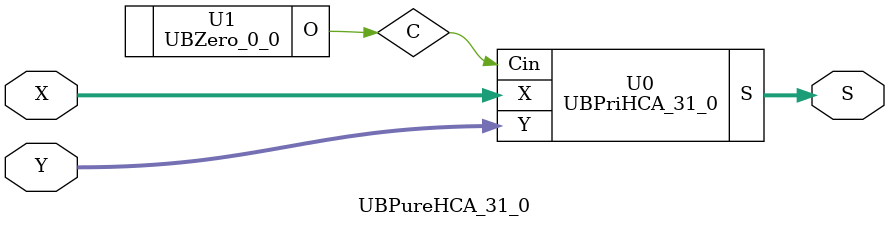
<source format=v>
/*----------------------------------------------------------------------------
  Copyright (c) 2021 Homma laboratory. All rights reserved.

  Top module: UBHCA_31_0_24_0

  Operand-1 length: 32
  Operand-2 length: 25
  Two-operand addition algorithm: Han-Carlson adder
----------------------------------------------------------------------------*/

module UB1DCON_0(O, I);
  output O;
  input I;
  assign O = I;
endmodule

module UB1DCON_1(O, I);
  output O;
  input I;
  assign O = I;
endmodule

module UB1DCON_2(O, I);
  output O;
  input I;
  assign O = I;
endmodule

module UB1DCON_3(O, I);
  output O;
  input I;
  assign O = I;
endmodule

module UB1DCON_4(O, I);
  output O;
  input I;
  assign O = I;
endmodule

module UB1DCON_5(O, I);
  output O;
  input I;
  assign O = I;
endmodule

module UB1DCON_6(O, I);
  output O;
  input I;
  assign O = I;
endmodule

module UB1DCON_7(O, I);
  output O;
  input I;
  assign O = I;
endmodule

module UB1DCON_8(O, I);
  output O;
  input I;
  assign O = I;
endmodule

module UB1DCON_9(O, I);
  output O;
  input I;
  assign O = I;
endmodule

module UB1DCON_10(O, I);
  output O;
  input I;
  assign O = I;
endmodule

module UB1DCON_11(O, I);
  output O;
  input I;
  assign O = I;
endmodule

module UB1DCON_12(O, I);
  output O;
  input I;
  assign O = I;
endmodule

module UB1DCON_13(O, I);
  output O;
  input I;
  assign O = I;
endmodule

module UB1DCON_14(O, I);
  output O;
  input I;
  assign O = I;
endmodule

module UB1DCON_15(O, I);
  output O;
  input I;
  assign O = I;
endmodule

module UB1DCON_16(O, I);
  output O;
  input I;
  assign O = I;
endmodule

module UB1DCON_17(O, I);
  output O;
  input I;
  assign O = I;
endmodule

module UB1DCON_18(O, I);
  output O;
  input I;
  assign O = I;
endmodule

module UB1DCON_19(O, I);
  output O;
  input I;
  assign O = I;
endmodule

module UB1DCON_20(O, I);
  output O;
  input I;
  assign O = I;
endmodule

module UB1DCON_21(O, I);
  output O;
  input I;
  assign O = I;
endmodule

module UB1DCON_22(O, I);
  output O;
  input I;
  assign O = I;
endmodule

module UB1DCON_23(O, I);
  output O;
  input I;
  assign O = I;
endmodule

module UB1DCON_24(O, I);
  output O;
  input I;
  assign O = I;
endmodule

module UBZero_31_25(O);
  output [31:25] O;
  assign O[25] = 0;
  assign O[26] = 0;
  assign O[27] = 0;
  assign O[28] = 0;
  assign O[29] = 0;
  assign O[30] = 0;
  assign O[31] = 0;
endmodule

module GPGenerator(Go, Po, A, B);
  output Go;
  output Po;
  input A;
  input B;
  assign Go = A & B;
  assign Po = A ^ B;
endmodule

module CarryOperator(Go, Po, Gi1, Pi1, Gi2, Pi2);
  output Go;
  output Po;
  input Gi1;
  input Gi2;
  input Pi1;
  input Pi2;
  assign Go = Gi1 | ( Gi2 & Pi1 );
  assign Po = Pi1 & Pi2;
endmodule

module UBPriHCA_31_0(S, X, Y, Cin);
  output [32:0] S;
  input Cin;
  input [31:0] X;
  input [31:0] Y;
  wire [31:0] G0;
  wire [31:0] G1;
  wire [31:0] G2;
  wire [31:0] G3;
  wire [31:0] G4;
  wire [31:0] G5;
  wire [31:0] G6;
  wire [31:0] P0;
  wire [31:0] P1;
  wire [31:0] P2;
  wire [31:0] P3;
  wire [31:0] P4;
  wire [31:0] P5;
  wire [31:0] P6;
  assign P1[0] = P0[0];
  assign G1[0] = G0[0];
  assign P1[2] = P0[2];
  assign G1[2] = G0[2];
  assign P1[4] = P0[4];
  assign G1[4] = G0[4];
  assign P1[6] = P0[6];
  assign G1[6] = G0[6];
  assign P1[8] = P0[8];
  assign G1[8] = G0[8];
  assign P1[10] = P0[10];
  assign G1[10] = G0[10];
  assign P1[12] = P0[12];
  assign G1[12] = G0[12];
  assign P1[14] = P0[14];
  assign G1[14] = G0[14];
  assign P1[16] = P0[16];
  assign G1[16] = G0[16];
  assign P1[18] = P0[18];
  assign G1[18] = G0[18];
  assign P1[20] = P0[20];
  assign G1[20] = G0[20];
  assign P1[22] = P0[22];
  assign G1[22] = G0[22];
  assign P1[24] = P0[24];
  assign G1[24] = G0[24];
  assign P1[26] = P0[26];
  assign G1[26] = G0[26];
  assign P1[28] = P0[28];
  assign G1[28] = G0[28];
  assign P1[30] = P0[30];
  assign G1[30] = G0[30];
  assign P2[0] = P1[0];
  assign G2[0] = G1[0];
  assign P2[1] = P1[1];
  assign G2[1] = G1[1];
  assign P2[2] = P1[2];
  assign G2[2] = G1[2];
  assign P2[4] = P1[4];
  assign G2[4] = G1[4];
  assign P2[6] = P1[6];
  assign G2[6] = G1[6];
  assign P2[8] = P1[8];
  assign G2[8] = G1[8];
  assign P2[10] = P1[10];
  assign G2[10] = G1[10];
  assign P2[12] = P1[12];
  assign G2[12] = G1[12];
  assign P2[14] = P1[14];
  assign G2[14] = G1[14];
  assign P2[16] = P1[16];
  assign G2[16] = G1[16];
  assign P2[18] = P1[18];
  assign G2[18] = G1[18];
  assign P2[20] = P1[20];
  assign G2[20] = G1[20];
  assign P2[22] = P1[22];
  assign G2[22] = G1[22];
  assign P2[24] = P1[24];
  assign G2[24] = G1[24];
  assign P2[26] = P1[26];
  assign G2[26] = G1[26];
  assign P2[28] = P1[28];
  assign G2[28] = G1[28];
  assign P2[30] = P1[30];
  assign G2[30] = G1[30];
  assign P3[0] = P2[0];
  assign G3[0] = G2[0];
  assign P3[1] = P2[1];
  assign G3[1] = G2[1];
  assign P3[2] = P2[2];
  assign G3[2] = G2[2];
  assign P3[3] = P2[3];
  assign G3[3] = G2[3];
  assign P3[4] = P2[4];
  assign G3[4] = G2[4];
  assign P3[6] = P2[6];
  assign G3[6] = G2[6];
  assign P3[8] = P2[8];
  assign G3[8] = G2[8];
  assign P3[10] = P2[10];
  assign G3[10] = G2[10];
  assign P3[12] = P2[12];
  assign G3[12] = G2[12];
  assign P3[14] = P2[14];
  assign G3[14] = G2[14];
  assign P3[16] = P2[16];
  assign G3[16] = G2[16];
  assign P3[18] = P2[18];
  assign G3[18] = G2[18];
  assign P3[20] = P2[20];
  assign G3[20] = G2[20];
  assign P3[22] = P2[22];
  assign G3[22] = G2[22];
  assign P3[24] = P2[24];
  assign G3[24] = G2[24];
  assign P3[26] = P2[26];
  assign G3[26] = G2[26];
  assign P3[28] = P2[28];
  assign G3[28] = G2[28];
  assign P3[30] = P2[30];
  assign G3[30] = G2[30];
  assign P4[0] = P3[0];
  assign G4[0] = G3[0];
  assign P4[1] = P3[1];
  assign G4[1] = G3[1];
  assign P4[2] = P3[2];
  assign G4[2] = G3[2];
  assign P4[3] = P3[3];
  assign G4[3] = G3[3];
  assign P4[4] = P3[4];
  assign G4[4] = G3[4];
  assign P4[5] = P3[5];
  assign G4[5] = G3[5];
  assign P4[6] = P3[6];
  assign G4[6] = G3[6];
  assign P4[7] = P3[7];
  assign G4[7] = G3[7];
  assign P4[8] = P3[8];
  assign G4[8] = G3[8];
  assign P4[10] = P3[10];
  assign G4[10] = G3[10];
  assign P4[12] = P3[12];
  assign G4[12] = G3[12];
  assign P4[14] = P3[14];
  assign G4[14] = G3[14];
  assign P4[16] = P3[16];
  assign G4[16] = G3[16];
  assign P4[18] = P3[18];
  assign G4[18] = G3[18];
  assign P4[20] = P3[20];
  assign G4[20] = G3[20];
  assign P4[22] = P3[22];
  assign G4[22] = G3[22];
  assign P4[24] = P3[24];
  assign G4[24] = G3[24];
  assign P4[26] = P3[26];
  assign G4[26] = G3[26];
  assign P4[28] = P3[28];
  assign G4[28] = G3[28];
  assign P4[30] = P3[30];
  assign G4[30] = G3[30];
  assign P5[0] = P4[0];
  assign G5[0] = G4[0];
  assign P5[1] = P4[1];
  assign G5[1] = G4[1];
  assign P5[2] = P4[2];
  assign G5[2] = G4[2];
  assign P5[3] = P4[3];
  assign G5[3] = G4[3];
  assign P5[4] = P4[4];
  assign G5[4] = G4[4];
  assign P5[5] = P4[5];
  assign G5[5] = G4[5];
  assign P5[6] = P4[6];
  assign G5[6] = G4[6];
  assign P5[7] = P4[7];
  assign G5[7] = G4[7];
  assign P5[8] = P4[8];
  assign G5[8] = G4[8];
  assign P5[9] = P4[9];
  assign G5[9] = G4[9];
  assign P5[10] = P4[10];
  assign G5[10] = G4[10];
  assign P5[11] = P4[11];
  assign G5[11] = G4[11];
  assign P5[12] = P4[12];
  assign G5[12] = G4[12];
  assign P5[13] = P4[13];
  assign G5[13] = G4[13];
  assign P5[14] = P4[14];
  assign G5[14] = G4[14];
  assign P5[15] = P4[15];
  assign G5[15] = G4[15];
  assign P5[16] = P4[16];
  assign G5[16] = G4[16];
  assign P5[18] = P4[18];
  assign G5[18] = G4[18];
  assign P5[20] = P4[20];
  assign G5[20] = G4[20];
  assign P5[22] = P4[22];
  assign G5[22] = G4[22];
  assign P5[24] = P4[24];
  assign G5[24] = G4[24];
  assign P5[26] = P4[26];
  assign G5[26] = G4[26];
  assign P5[28] = P4[28];
  assign G5[28] = G4[28];
  assign P5[30] = P4[30];
  assign G5[30] = G4[30];
  assign P6[0] = P5[0];
  assign G6[0] = G5[0];
  assign P6[1] = P5[1];
  assign G6[1] = G5[1];
  assign P6[3] = P5[3];
  assign G6[3] = G5[3];
  assign P6[5] = P5[5];
  assign G6[5] = G5[5];
  assign P6[7] = P5[7];
  assign G6[7] = G5[7];
  assign P6[9] = P5[9];
  assign G6[9] = G5[9];
  assign P6[11] = P5[11];
  assign G6[11] = G5[11];
  assign P6[13] = P5[13];
  assign G6[13] = G5[13];
  assign P6[15] = P5[15];
  assign G6[15] = G5[15];
  assign P6[17] = P5[17];
  assign G6[17] = G5[17];
  assign P6[19] = P5[19];
  assign G6[19] = G5[19];
  assign P6[21] = P5[21];
  assign G6[21] = G5[21];
  assign P6[23] = P5[23];
  assign G6[23] = G5[23];
  assign P6[25] = P5[25];
  assign G6[25] = G5[25];
  assign P6[27] = P5[27];
  assign G6[27] = G5[27];
  assign P6[29] = P5[29];
  assign G6[29] = G5[29];
  assign P6[31] = P5[31];
  assign G6[31] = G5[31];
  assign S[0] = Cin ^ P0[0];
  assign S[1] = ( G6[0] | ( P6[0] & Cin ) ) ^ P0[1];
  assign S[2] = ( G6[1] | ( P6[1] & Cin ) ) ^ P0[2];
  assign S[3] = ( G6[2] | ( P6[2] & Cin ) ) ^ P0[3];
  assign S[4] = ( G6[3] | ( P6[3] & Cin ) ) ^ P0[4];
  assign S[5] = ( G6[4] | ( P6[4] & Cin ) ) ^ P0[5];
  assign S[6] = ( G6[5] | ( P6[5] & Cin ) ) ^ P0[6];
  assign S[7] = ( G6[6] | ( P6[6] & Cin ) ) ^ P0[7];
  assign S[8] = ( G6[7] | ( P6[7] & Cin ) ) ^ P0[8];
  assign S[9] = ( G6[8] | ( P6[8] & Cin ) ) ^ P0[9];
  assign S[10] = ( G6[9] | ( P6[9] & Cin ) ) ^ P0[10];
  assign S[11] = ( G6[10] | ( P6[10] & Cin ) ) ^ P0[11];
  assign S[12] = ( G6[11] | ( P6[11] & Cin ) ) ^ P0[12];
  assign S[13] = ( G6[12] | ( P6[12] & Cin ) ) ^ P0[13];
  assign S[14] = ( G6[13] | ( P6[13] & Cin ) ) ^ P0[14];
  assign S[15] = ( G6[14] | ( P6[14] & Cin ) ) ^ P0[15];
  assign S[16] = ( G6[15] | ( P6[15] & Cin ) ) ^ P0[16];
  assign S[17] = ( G6[16] | ( P6[16] & Cin ) ) ^ P0[17];
  assign S[18] = ( G6[17] | ( P6[17] & Cin ) ) ^ P0[18];
  assign S[19] = ( G6[18] | ( P6[18] & Cin ) ) ^ P0[19];
  assign S[20] = ( G6[19] | ( P6[19] & Cin ) ) ^ P0[20];
  assign S[21] = ( G6[20] | ( P6[20] & Cin ) ) ^ P0[21];
  assign S[22] = ( G6[21] | ( P6[21] & Cin ) ) ^ P0[22];
  assign S[23] = ( G6[22] | ( P6[22] & Cin ) ) ^ P0[23];
  assign S[24] = ( G6[23] | ( P6[23] & Cin ) ) ^ P0[24];
  assign S[25] = ( G6[24] | ( P6[24] & Cin ) ) ^ P0[25];
  assign S[26] = ( G6[25] | ( P6[25] & Cin ) ) ^ P0[26];
  assign S[27] = ( G6[26] | ( P6[26] & Cin ) ) ^ P0[27];
  assign S[28] = ( G6[27] | ( P6[27] & Cin ) ) ^ P0[28];
  assign S[29] = ( G6[28] | ( P6[28] & Cin ) ) ^ P0[29];
  assign S[30] = ( G6[29] | ( P6[29] & Cin ) ) ^ P0[30];
  assign S[31] = ( G6[30] | ( P6[30] & Cin ) ) ^ P0[31];
  assign S[32] = G6[31] | ( P6[31] & Cin );
  GPGenerator U0 (G0[0], P0[0], X[0], Y[0]);
  GPGenerator U1 (G0[1], P0[1], X[1], Y[1]);
  GPGenerator U2 (G0[2], P0[2], X[2], Y[2]);
  GPGenerator U3 (G0[3], P0[3], X[3], Y[3]);
  GPGenerator U4 (G0[4], P0[4], X[4], Y[4]);
  GPGenerator U5 (G0[5], P0[5], X[5], Y[5]);
  GPGenerator U6 (G0[6], P0[6], X[6], Y[6]);
  GPGenerator U7 (G0[7], P0[7], X[7], Y[7]);
  GPGenerator U8 (G0[8], P0[8], X[8], Y[8]);
  GPGenerator U9 (G0[9], P0[9], X[9], Y[9]);
  GPGenerator U10 (G0[10], P0[10], X[10], Y[10]);
  GPGenerator U11 (G0[11], P0[11], X[11], Y[11]);
  GPGenerator U12 (G0[12], P0[12], X[12], Y[12]);
  GPGenerator U13 (G0[13], P0[13], X[13], Y[13]);
  GPGenerator U14 (G0[14], P0[14], X[14], Y[14]);
  GPGenerator U15 (G0[15], P0[15], X[15], Y[15]);
  GPGenerator U16 (G0[16], P0[16], X[16], Y[16]);
  GPGenerator U17 (G0[17], P0[17], X[17], Y[17]);
  GPGenerator U18 (G0[18], P0[18], X[18], Y[18]);
  GPGenerator U19 (G0[19], P0[19], X[19], Y[19]);
  GPGenerator U20 (G0[20], P0[20], X[20], Y[20]);
  GPGenerator U21 (G0[21], P0[21], X[21], Y[21]);
  GPGenerator U22 (G0[22], P0[22], X[22], Y[22]);
  GPGenerator U23 (G0[23], P0[23], X[23], Y[23]);
  GPGenerator U24 (G0[24], P0[24], X[24], Y[24]);
  GPGenerator U25 (G0[25], P0[25], X[25], Y[25]);
  GPGenerator U26 (G0[26], P0[26], X[26], Y[26]);
  GPGenerator U27 (G0[27], P0[27], X[27], Y[27]);
  GPGenerator U28 (G0[28], P0[28], X[28], Y[28]);
  GPGenerator U29 (G0[29], P0[29], X[29], Y[29]);
  GPGenerator U30 (G0[30], P0[30], X[30], Y[30]);
  GPGenerator U31 (G0[31], P0[31], X[31], Y[31]);
  CarryOperator U32 (G1[1], P1[1], G0[1], P0[1], G0[0], P0[0]);
  CarryOperator U33 (G1[3], P1[3], G0[3], P0[3], G0[2], P0[2]);
  CarryOperator U34 (G1[5], P1[5], G0[5], P0[5], G0[4], P0[4]);
  CarryOperator U35 (G1[7], P1[7], G0[7], P0[7], G0[6], P0[6]);
  CarryOperator U36 (G1[9], P1[9], G0[9], P0[9], G0[8], P0[8]);
  CarryOperator U37 (G1[11], P1[11], G0[11], P0[11], G0[10], P0[10]);
  CarryOperator U38 (G1[13], P1[13], G0[13], P0[13], G0[12], P0[12]);
  CarryOperator U39 (G1[15], P1[15], G0[15], P0[15], G0[14], P0[14]);
  CarryOperator U40 (G1[17], P1[17], G0[17], P0[17], G0[16], P0[16]);
  CarryOperator U41 (G1[19], P1[19], G0[19], P0[19], G0[18], P0[18]);
  CarryOperator U42 (G1[21], P1[21], G0[21], P0[21], G0[20], P0[20]);
  CarryOperator U43 (G1[23], P1[23], G0[23], P0[23], G0[22], P0[22]);
  CarryOperator U44 (G1[25], P1[25], G0[25], P0[25], G0[24], P0[24]);
  CarryOperator U45 (G1[27], P1[27], G0[27], P0[27], G0[26], P0[26]);
  CarryOperator U46 (G1[29], P1[29], G0[29], P0[29], G0[28], P0[28]);
  CarryOperator U47 (G1[31], P1[31], G0[31], P0[31], G0[30], P0[30]);
  CarryOperator U48 (G2[3], P2[3], G1[3], P1[3], G1[1], P1[1]);
  CarryOperator U49 (G2[5], P2[5], G1[5], P1[5], G1[3], P1[3]);
  CarryOperator U50 (G2[7], P2[7], G1[7], P1[7], G1[5], P1[5]);
  CarryOperator U51 (G2[9], P2[9], G1[9], P1[9], G1[7], P1[7]);
  CarryOperator U52 (G2[11], P2[11], G1[11], P1[11], G1[9], P1[9]);
  CarryOperator U53 (G2[13], P2[13], G1[13], P1[13], G1[11], P1[11]);
  CarryOperator U54 (G2[15], P2[15], G1[15], P1[15], G1[13], P1[13]);
  CarryOperator U55 (G2[17], P2[17], G1[17], P1[17], G1[15], P1[15]);
  CarryOperator U56 (G2[19], P2[19], G1[19], P1[19], G1[17], P1[17]);
  CarryOperator U57 (G2[21], P2[21], G1[21], P1[21], G1[19], P1[19]);
  CarryOperator U58 (G2[23], P2[23], G1[23], P1[23], G1[21], P1[21]);
  CarryOperator U59 (G2[25], P2[25], G1[25], P1[25], G1[23], P1[23]);
  CarryOperator U60 (G2[27], P2[27], G1[27], P1[27], G1[25], P1[25]);
  CarryOperator U61 (G2[29], P2[29], G1[29], P1[29], G1[27], P1[27]);
  CarryOperator U62 (G2[31], P2[31], G1[31], P1[31], G1[29], P1[29]);
  CarryOperator U63 (G3[5], P3[5], G2[5], P2[5], G2[1], P2[1]);
  CarryOperator U64 (G3[7], P3[7], G2[7], P2[7], G2[3], P2[3]);
  CarryOperator U65 (G3[9], P3[9], G2[9], P2[9], G2[5], P2[5]);
  CarryOperator U66 (G3[11], P3[11], G2[11], P2[11], G2[7], P2[7]);
  CarryOperator U67 (G3[13], P3[13], G2[13], P2[13], G2[9], P2[9]);
  CarryOperator U68 (G3[15], P3[15], G2[15], P2[15], G2[11], P2[11]);
  CarryOperator U69 (G3[17], P3[17], G2[17], P2[17], G2[13], P2[13]);
  CarryOperator U70 (G3[19], P3[19], G2[19], P2[19], G2[15], P2[15]);
  CarryOperator U71 (G3[21], P3[21], G2[21], P2[21], G2[17], P2[17]);
  CarryOperator U72 (G3[23], P3[23], G2[23], P2[23], G2[19], P2[19]);
  CarryOperator U73 (G3[25], P3[25], G2[25], P2[25], G2[21], P2[21]);
  CarryOperator U74 (G3[27], P3[27], G2[27], P2[27], G2[23], P2[23]);
  CarryOperator U75 (G3[29], P3[29], G2[29], P2[29], G2[25], P2[25]);
  CarryOperator U76 (G3[31], P3[31], G2[31], P2[31], G2[27], P2[27]);
  CarryOperator U77 (G4[9], P4[9], G3[9], P3[9], G3[1], P3[1]);
  CarryOperator U78 (G4[11], P4[11], G3[11], P3[11], G3[3], P3[3]);
  CarryOperator U79 (G4[13], P4[13], G3[13], P3[13], G3[5], P3[5]);
  CarryOperator U80 (G4[15], P4[15], G3[15], P3[15], G3[7], P3[7]);
  CarryOperator U81 (G4[17], P4[17], G3[17], P3[17], G3[9], P3[9]);
  CarryOperator U82 (G4[19], P4[19], G3[19], P3[19], G3[11], P3[11]);
  CarryOperator U83 (G4[21], P4[21], G3[21], P3[21], G3[13], P3[13]);
  CarryOperator U84 (G4[23], P4[23], G3[23], P3[23], G3[15], P3[15]);
  CarryOperator U85 (G4[25], P4[25], G3[25], P3[25], G3[17], P3[17]);
  CarryOperator U86 (G4[27], P4[27], G3[27], P3[27], G3[19], P3[19]);
  CarryOperator U87 (G4[29], P4[29], G3[29], P3[29], G3[21], P3[21]);
  CarryOperator U88 (G4[31], P4[31], G3[31], P3[31], G3[23], P3[23]);
  CarryOperator U89 (G5[17], P5[17], G4[17], P4[17], G4[1], P4[1]);
  CarryOperator U90 (G5[19], P5[19], G4[19], P4[19], G4[3], P4[3]);
  CarryOperator U91 (G5[21], P5[21], G4[21], P4[21], G4[5], P4[5]);
  CarryOperator U92 (G5[23], P5[23], G4[23], P4[23], G4[7], P4[7]);
  CarryOperator U93 (G5[25], P5[25], G4[25], P4[25], G4[9], P4[9]);
  CarryOperator U94 (G5[27], P5[27], G4[27], P4[27], G4[11], P4[11]);
  CarryOperator U95 (G5[29], P5[29], G4[29], P4[29], G4[13], P4[13]);
  CarryOperator U96 (G5[31], P5[31], G4[31], P4[31], G4[15], P4[15]);
  CarryOperator U97 (G6[2], P6[2], G5[2], P5[2], G5[1], P5[1]);
  CarryOperator U98 (G6[4], P6[4], G5[4], P5[4], G5[3], P5[3]);
  CarryOperator U99 (G6[6], P6[6], G5[6], P5[6], G5[5], P5[5]);
  CarryOperator U100 (G6[8], P6[8], G5[8], P5[8], G5[7], P5[7]);
  CarryOperator U101 (G6[10], P6[10], G5[10], P5[10], G5[9], P5[9]);
  CarryOperator U102 (G6[12], P6[12], G5[12], P5[12], G5[11], P5[11]);
  CarryOperator U103 (G6[14], P6[14], G5[14], P5[14], G5[13], P5[13]);
  CarryOperator U104 (G6[16], P6[16], G5[16], P5[16], G5[15], P5[15]);
  CarryOperator U105 (G6[18], P6[18], G5[18], P5[18], G5[17], P5[17]);
  CarryOperator U106 (G6[20], P6[20], G5[20], P5[20], G5[19], P5[19]);
  CarryOperator U107 (G6[22], P6[22], G5[22], P5[22], G5[21], P5[21]);
  CarryOperator U108 (G6[24], P6[24], G5[24], P5[24], G5[23], P5[23]);
  CarryOperator U109 (G6[26], P6[26], G5[26], P5[26], G5[25], P5[25]);
  CarryOperator U110 (G6[28], P6[28], G5[28], P5[28], G5[27], P5[27]);
  CarryOperator U111 (G6[30], P6[30], G5[30], P5[30], G5[29], P5[29]);
endmodule

module UBZero_0_0(O);
  output [0:0] O;
  assign O[0] = 0;
endmodule

module UBCON_24_0 (O, I);
  output [24:0] O;
  input [24:0] I;
  UB1DCON_0 U0 (O[0], I[0]);
  UB1DCON_1 U1 (O[1], I[1]);
  UB1DCON_2 U2 (O[2], I[2]);
  UB1DCON_3 U3 (O[3], I[3]);
  UB1DCON_4 U4 (O[4], I[4]);
  UB1DCON_5 U5 (O[5], I[5]);
  UB1DCON_6 U6 (O[6], I[6]);
  UB1DCON_7 U7 (O[7], I[7]);
  UB1DCON_8 U8 (O[8], I[8]);
  UB1DCON_9 U9 (O[9], I[9]);
  UB1DCON_10 U10 (O[10], I[10]);
  UB1DCON_11 U11 (O[11], I[11]);
  UB1DCON_12 U12 (O[12], I[12]);
  UB1DCON_13 U13 (O[13], I[13]);
  UB1DCON_14 U14 (O[14], I[14]);
  UB1DCON_15 U15 (O[15], I[15]);
  UB1DCON_16 U16 (O[16], I[16]);
  UB1DCON_17 U17 (O[17], I[17]);
  UB1DCON_18 U18 (O[18], I[18]);
  UB1DCON_19 U19 (O[19], I[19]);
  UB1DCON_20 U20 (O[20], I[20]);
  UB1DCON_21 U21 (O[21], I[21]);
  UB1DCON_22 U22 (O[22], I[22]);
  UB1DCON_23 U23 (O[23], I[23]);
  UB1DCON_24 U24 (O[24], I[24]);
endmodule

module UBExtender_24_0_3000 (O, I);
  output [31:0] O;
  input [24:0] I;
  UBCON_24_0 U0 (O[24:0], I[24:0]);
  UBZero_31_25 U1 (O[31:25]);
endmodule

module UBHCA_31_0_24_0 (S, X, Y);
  output [32:0] S;
  input [31:0] X;
  input [24:0] Y;
  wire [31:0] Z;
  UBExtender_24_0_3000 U0 (Z[31:0], Y[24:0]);
  UBPureHCA_31_0 U1 (S[32:0], X[31:0], Z[31:0]);
endmodule

module UBPureHCA_31_0 (S, X, Y);
  output [32:0] S;
  input [31:0] X;
  input [31:0] Y;
  wire C;
  UBPriHCA_31_0 U0 (S, X, Y, C);
  UBZero_0_0 U1 (C);
endmodule


</source>
